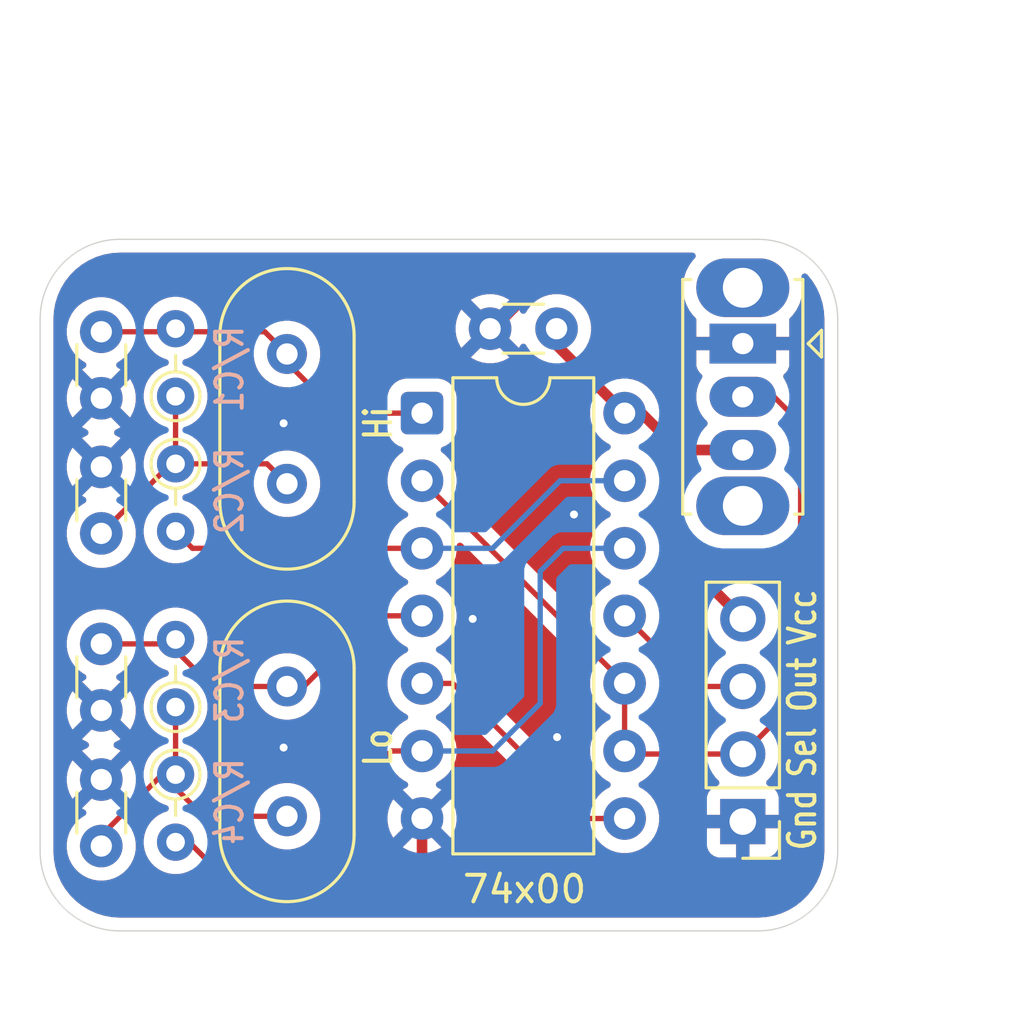
<source format=kicad_pcb>
(kicad_pcb (version 20241229) (generator "pcbnew") (generator_version "9.0")
  (layers (0 "F.Cu" signal) (2 "B.Cu" signal) (13 "F.Paste" user) (15 "B.Paste" user) (5 "F.SilkS" user "F.Silkscreen") (7 "B.SilkS" user "B.Silkscreen") (1 "F.Mask" user) (3 "B.Mask" user) (25 "Edge.Cuts" user))
  (net 0 "")
  (net 1 "GND")
  (net 2 "Net-(C1-Pad2)")
  (net 3 "Net-(C2-Pad2)")
  (net 4 "Net-(C3-Pad2)")
  (net 5 "Net-(C4-Pad2)")
  (net 6 "VCC")
  (net 7 "/Sel")
  (net 8 "/Out")
  (net 9 "/~{Sel}")
  (net 10 "Net-(R2-Pad2)")
  (net 11 "Net-(R4-Pad2)")
  (footprint "Capacitor_THT:C_Disc_D3.0mm_W1.6mm_P2.50mm" (layer "F.Cu") (at 118.65 81.71 90)
    (property "Reference" "C3" (hide yes))
    (property "Value" "C_Small")
    (fp_line (start 0.485 -0.92) (end 2.015 -0.92) (stroke (width 0.12)) (layer "F.SilkS"))
    (fp_line (start 0.485 0.92) (end 2.015 0.92) (stroke (width 0.12)) (layer "F.SilkS"))
    (pad "1" thru_hole circle (at 0 0 90) (size 1.6 1.6) (drill 0.8) (layers "*.Cu" "*.Mask") (net 1 "GND"))
    (pad "2" thru_hole circle (at 2.5 0 90) (size 1.6 1.6) (drill 0.8) (layers "*.Cu" "*.Mask") (net 4 "Net-(C3-Pad2)"))
  )
  (footprint "Capacitor_THT:C_Disc_D3.0mm_W1.6mm_P2.50mm" (layer "F.Cu") (at 118.65 84.31 -90)
    (property "Reference" "C4" (hide yes))
    (property "Value" "C_Small")
    (fp_line (start 0.485 0.92) (end 2.015 0.92) (stroke (width 0.12)) (layer "F.SilkS"))
    (fp_line (start 0.485 -0.92) (end 2.015 -0.92) (stroke (width 0.12)) (layer "F.SilkS"))
    (pad "1" thru_hole circle (at 0 0 270) (size 1.6 1.6) (drill 0.8) (layers "*.Cu" "*.Mask") (net 1 "GND"))
    (pad "2" thru_hole circle (at 2.5 0 270) (size 1.6 1.6) (drill 0.8) (layers "*.Cu" "*.Mask") (net 5 "Net-(C4-Pad2)"))
  )
  (footprint "Connector_PinHeader_2.54mm:PinHeader_1x04_P2.54mm_Vertical" (layer "F.Cu") (at 142.78 85.89 180)
    (property "Reference" "J1" (hide yes))
    (property "Value" "Conn_01x04")
    (fp_line (start 1.38 1.27) (end 1.38 9) (stroke (width 0.12)) (layer "F.SilkS"))
    (fp_line (start -1.38 9) (end 1.38 9) (stroke (width 0.12)) (layer "F.SilkS"))
    (fp_line (start -1.38 1.27) (end 1.38 1.27) (stroke (width 0.12)) (layer "F.SilkS"))
    (fp_line (start -1.38 1.27) (end -1.38 9) (stroke (width 0.12)) (layer "F.SilkS"))
    (fp_line (start -1.38 0) (end -1.38 -1.38) (stroke (width 0.12)) (layer "F.SilkS"))
    (fp_line (start -1.38 -1.38) (end 0 -1.38) (stroke (width 0.12)) (layer "F.SilkS"))
    (pad "1" thru_hole rect (at 0 0 180) (size 1.7 1.7) (drill 1) (layers "*.Cu" "*.Mask") (net 1 "GND"))
    (pad "2" thru_hole circle (at 0 2.54 180) (size 1.7 1.7) (drill 1) (layers "*.Cu" "*.Mask") (net 7 "/Sel"))
    (pad "3" thru_hole circle (at 0 5.08 180) (size 1.7 1.7) (drill 1) (layers "*.Cu" "*.Mask") (net 8 "/Out"))
    (pad "4" thru_hole circle (at 0 7.62 180) (size 1.7 1.7) (drill 1) (layers "*.Cu" "*.Mask") (net 6 "VCC"))
  )
  (footprint "Crystal:Crystal_HC49-U_Vertical" (layer "F.Cu") (at 125.635 80.81 -90)
    (property "Reference" "Y2" (hide yes))
    (property "Value" "Crystal")
    (fp_line (start -0.685 2.525) (end 5.565 2.525) (stroke (width 0.12)) (layer "F.SilkS"))
    (fp_line (start -0.685 -2.525) (end 5.565 -2.525) (stroke (width 0.12)) (layer "F.SilkS"))
    (fp_arc (start -0.685 2.525) (mid -3.21 0) (end -0.685 -2.525) (stroke (width 0.12)) (layer "F.SilkS"))
    (fp_arc (start 5.565 -2.525) (mid 8.09 0) (end 5.565 2.525) (stroke (width 0.12)) (layer "F.SilkS"))
    (pad "1" thru_hole circle (at 0 0 270) (size 1.5 1.5) (drill 0.8) (layers "*.Cu" "*.Mask") (net 4 "Net-(C3-Pad2)"))
    (pad "2" thru_hole circle (at 4.88 0 270) (size 1.5 1.5) (drill 0.8) (layers "*.Cu" "*.Mask") (net 5 "Net-(C4-Pad2)"))
  )
  (footprint "Capacitor_THT:C_Disc_D3.0mm_W1.6mm_P2.50mm" (layer "F.Cu") (at 135.775 67.36 180)
    (property "Reference" "C5" (hide yes))
    (property "Value" "100nF")
    (fp_line (start 0.485 0.92) (end 2.015 0.92) (stroke (width 0.12)) (layer "F.SilkS"))
    (fp_line (start 0.485 -0.92) (end 2.015 -0.92) (stroke (width 0.12)) (layer "F.SilkS"))
    (pad "1" thru_hole circle (at 0 0 180) (size 1.6 1.6) (drill 0.8) (layers "*.Cu" "*.Mask") (net 6 "VCC"))
    (pad "2" thru_hole circle (at 2.5 0 180) (size 1.6 1.6) (drill 0.8) (layers "*.Cu" "*.Mask") (net 1 "GND"))
  )
  (footprint "Capacitor_THT:C_Disc_D3.0mm_W1.6mm_P2.50mm" (layer "F.Cu") (at 118.65 72.555 -90)
    (property "Reference" "C2" (hide yes))
    (property "Value" "C_Small")
    (fp_line (start 0.485 0.92) (end 2.015 0.92) (stroke (width 0.12)) (layer "F.SilkS"))
    (fp_line (start 0.485 -0.92) (end 2.015 -0.92) (stroke (width 0.12)) (layer "F.SilkS"))
    (pad "1" thru_hole circle (at 0 0 270) (size 1.6 1.6) (drill 0.8) (layers "*.Cu" "*.Mask") (net 1 "GND"))
    (pad "2" thru_hole circle (at 2.5 0 270) (size 1.6 1.6) (drill 0.8) (layers "*.Cu" "*.Mask") (net 3 "Net-(C2-Pad2)"))
  )
  (footprint "Resistor_THT:R_Axial_DIN0204_L3.6mm_D1.6mm_P2.54mm_Vertical" (layer "F.Cu") (at 121.444 81.584 90)
    (property "Reference" "R3" (hide yes))
    (property "Value" "R")
    (fp_line (start 0.92 0) (end 1.54 0) (stroke (width 0.12)) (layer "F.SilkS"))
    (fp_circle (center 0 0) (end 0.92 0) (stroke (width 0.12)) (fill no) (layer "F.SilkS"))
    (pad "1" thru_hole circle (at 0 0 90) (size 1.4 1.4) (drill 0.7) (layers "*.Cu" "*.Mask") (net 5 "Net-(C4-Pad2)"))
    (pad "2" thru_hole oval (at 2.54 0 90) (size 1.4 1.4) (drill 0.7) (layers "*.Cu" "*.Mask") (net 4 "Net-(C3-Pad2)"))
  )
  (footprint "Crystal:Crystal_HC49-U_Vertical" (layer "F.Cu") (at 125.635 68.31 -90)
    (property "Reference" "Y1" (hide yes))
    (property "Value" "Crystal")
    (fp_line (start -0.685 2.525) (end 5.565 2.525) (stroke (width 0.12)) (layer "F.SilkS"))
    (fp_line (start -0.685 -2.525) (end 5.565 -2.525) (stroke (width 0.12)) (layer "F.SilkS"))
    (fp_arc (start -0.685 2.525) (mid -3.21 0) (end -0.685 -2.525) (stroke (width 0.12)) (layer "F.SilkS"))
    (fp_arc (start 5.565 -2.525) (mid 8.09 0) (end 5.565 2.525) (stroke (width 0.12)) (layer "F.SilkS"))
    (pad "1" thru_hole circle (at 0 0 270) (size 1.5 1.5) (drill 0.8) (layers "*.Cu" "*.Mask") (net 2 "Net-(C1-Pad2)"))
    (pad "2" thru_hole circle (at 4.88 0 270) (size 1.5 1.5) (drill 0.8) (layers "*.Cu" "*.Mask") (net 3 "Net-(C2-Pad2)"))
  )
  (footprint "Resistor_THT:R_Axial_DIN0204_L3.6mm_D1.6mm_P2.54mm_Vertical" (layer "F.Cu") (at 121.444 72.44 -90)
    (property "Reference" "R2" (hide yes))
    (property "Value" "R")
    (fp_line (start 0.92 0) (end 1.54 0) (stroke (width 0.12)) (layer "F.SilkS"))
    (fp_circle (center 0 0) (end 0.92 0) (stroke (width 0.12)) (fill no) (layer "F.SilkS"))
    (pad "1" thru_hole circle (at 0 0 270) (size 1.4 1.4) (drill 0.7) (layers "*.Cu" "*.Mask") (net 3 "Net-(C2-Pad2)"))
    (pad "2" thru_hole oval (at 2.54 0 270) (size 1.4 1.4) (drill 0.7) (layers "*.Cu" "*.Mask") (net 10 "Net-(R2-Pad2)"))
  )
  (footprint "Capacitor_THT:C_Disc_D3.0mm_W1.6mm_P2.50mm" (layer "F.Cu") (at 118.65 69.975 90)
    (property "Reference" "C1" (hide yes))
    (property "Value" "C_Small")
    (fp_line (start 0.485 -0.92) (end 2.015 -0.92) (stroke (width 0.12)) (layer "F.SilkS"))
    (fp_line (start 0.485 0.92) (end 2.015 0.92) (stroke (width 0.12)) (layer "F.SilkS"))
    (pad "1" thru_hole circle (at 0 0 90) (size 1.6 1.6) (drill 0.8) (layers "*.Cu" "*.Mask") (net 1 "GND"))
    (pad "2" thru_hole circle (at 2.5 0 90) (size 1.6 1.6) (drill 0.8) (layers "*.Cu" "*.Mask") (net 2 "Net-(C1-Pad2)"))
  )
  (footprint "Button_Switch_THT:SW_Slide_SPDT_Straight_CK_OS102011MS2Q" (layer "F.Cu") (at 142.78 67.92 -90)
    (property "Reference" "SW1" (hide yes))
    (property "Value" "SW_Push_SPDT")
    (fp_line (start -2.41 2.26) (end -2.41 1.95) (stroke (width 0.12)) (layer "F.SilkS"))
    (fp_line (start 6.41 2.26) (end -2.41 2.26) (stroke (width 0.12)) (layer "F.SilkS"))
    (fp_line (start 6.41 2.26) (end 6.41 1.95) (stroke (width 0.12)) (layer "F.SilkS"))
    (fp_line (start -2.41 -1.95) (end -2.41 -2.26) (stroke (width 0.12)) (layer "F.SilkS"))
    (fp_line (start -2.41 -2.26) (end 6.41 -2.26) (stroke (width 0.12)) (layer "F.SilkS"))
    (fp_line (start 6.41 -2.26) (end 6.41 -1.95) (stroke (width 0.12)) (layer "F.SilkS"))
    (fp_line (start 0 -2.46) (end 0.5 -2.96) (stroke (width 0.12)) (layer "F.SilkS"))
    (fp_line (start -0.5 -2.96) (end 0 -2.46) (stroke (width 0.12)) (layer "F.SilkS"))
    (fp_line (start 0.5 -2.96) (end -0.5 -2.96) (stroke (width 0.12)) (layer "F.SilkS"))
    (pad "" thru_hole oval (at -2.1 0 270) (size 2.2 3.5) (drill 1.5) (layers "*.Cu" "*.Mask"))
    (pad "" thru_hole oval (at 6.1 0 270) (size 2.2 3.5) (drill 1.5) (layers "*.Cu" "*.Mask"))
    (pad "1" thru_hole rect (at 0 0 270) (size 1.5 2.5) (drill 0.8) (layers "*.Cu" "*.Mask") (net 1 "GND"))
    (pad "2" thru_hole oval (at 2 0 270) (size 1.5 2.5) (drill 0.8) (layers "*.Cu" "*.Mask") (net 7 "/Sel"))
    (pad "3" thru_hole oval (at 4 0 270) (size 1.5 2.5) (drill 0.8) (layers "*.Cu" "*.Mask") (net 6 "VCC"))
  )
  (footprint "Resistor_THT:R_Axial_DIN0204_L3.6mm_D1.6mm_P2.54mm_Vertical" (layer "F.Cu") (at 121.444 84.124 -90)
    (property "Reference" "R4" (hide yes))
    (property "Value" "R")
    (fp_line (start 0.92 0) (end 1.54 0) (stroke (width 0.12)) (layer "F.SilkS"))
    (fp_circle (center 0 0) (end 0.92 0) (stroke (width 0.12)) (fill no) (layer "F.SilkS"))
    (pad "1" thru_hole circle (at 0 0 270) (size 1.4 1.4) (drill 0.7) (layers "*.Cu" "*.Mask") (net 5 "Net-(C4-Pad2)"))
    (pad "2" thru_hole oval (at 2.54 0 270) (size 1.4 1.4) (drill 0.7) (layers "*.Cu" "*.Mask") (net 11 "Net-(R4-Pad2)"))
  )
  (footprint "Package_DIP:DIP-14_W7.62mm" (layer "F.Cu") (at 130.715 70.535)
    (property "Reference" "U1" (hide yes))
    (property "Value" "74x00" (at 3.857641 17.899277 180) (layer "F.SilkS"))
    (fp_line (start 1.16 -1.33) (end 1.16 16.57) (stroke (width 0.12)) (layer "F.SilkS"))
    (fp_line (start 1.16 16.57) (end 6.46 16.57) (stroke (width 0.12)) (layer "F.SilkS"))
    (fp_line (start 2.81 -1.33) (end 1.16 -1.33) (stroke (width 0.12)) (layer "F.SilkS"))
    (fp_line (start 6.46 -1.33) (end 4.81 -1.33) (stroke (width 0.12)) (layer "F.SilkS"))
    (fp_line (start 6.46 16.57) (end 6.46 -1.33) (stroke (width 0.12)) (layer "F.SilkS"))
    (fp_arc (start 4.81 -1.33) (mid 3.81 -0.33) (end 2.81 -1.33) (stroke (width 0.12)) (layer "F.SilkS"))
    (pad "1" thru_hole roundrect (at 0 0) (size 1.6 1.6) (drill 0.8) (layers "*.Cu" "*.Mask") (roundrect_rratio 0.15625) (net 2 "Net-(C1-Pad2)"))
    (pad "2" thru_hole circle (at 0 2.54) (size 1.6 1.6) (drill 0.8) (layers "*.Cu" "*.Mask") (net 7 "/Sel"))
    (pad "3" thru_hole circle (at 0 5.08) (size 1.6 1.6) (drill 0.8) (layers "*.Cu" "*.Mask") (net 10 "Net-(R2-Pad2)"))
    (pad "4" thru_hole circle (at 0 7.62) (size 1.6 1.6) (drill 0.8) (layers "*.Cu" "*.Mask") (net 4 "Net-(C3-Pad2)"))
    (pad "5" thru_hole circle (at 0 10.16) (size 1.6 1.6) (drill 0.8) (layers "*.Cu" "*.Mask") (net 9 "/~{Sel}"))
    (pad "6" thru_hole circle (at 0 12.7) (size 1.6 1.6) (drill 0.8) (layers "*.Cu" "*.Mask") (net 11 "Net-(R4-Pad2)"))
    (pad "7" thru_hole circle (at 0 15.24) (size 1.6 1.6) (drill 0.8) (layers "*.Cu" "*.Mask") (net 1 "GND"))
    (pad "8" thru_hole circle (at 7.62 15.24) (size 1.6 1.6) (drill 0.8) (layers "*.Cu" "*.Mask") (net 9 "/~{Sel}"))
    (pad "9" thru_hole circle (at 7.62 12.7) (size 1.6 1.6) (drill 0.8) (layers "*.Cu" "*.Mask") (net 7 "/Sel"))
    (pad "10" thru_hole circle (at 7.62 10.16) (size 1.6 1.6) (drill 0.8) (layers "*.Cu" "*.Mask") (net 7 "/Sel"))
    (pad "11" thru_hole circle (at 7.62 7.62) (size 1.6 1.6) (drill 0.8) (layers "*.Cu" "*.Mask") (net 8 "/Out"))
    (pad "12" thru_hole circle (at 7.62 5.08) (size 1.6 1.6) (drill 0.8) (layers "*.Cu" "*.Mask") (net 11 "Net-(R4-Pad2)"))
    (pad "13" thru_hole circle (at 7.62 2.54) (size 1.6 1.6) (drill 0.8) (layers "*.Cu" "*.Mask") (net 10 "Net-(R2-Pad2)"))
    (pad "14" thru_hole circle (at 7.62 0) (size 1.6 1.6) (drill 0.8) (layers "*.Cu" "*.Mask") (net 6 "VCC"))
  )
  (footprint "Resistor_THT:R_Axial_DIN0204_L3.6mm_D1.6mm_P2.54mm_Vertical" (layer "F.Cu") (at 121.444 69.9 90)
    (property "Reference" "R1" (hide yes))
    (property "Value" "R" (hide yes))
    (fp_line (start 0.92 0) (end 1.54 0) (stroke (width 0.12)) (layer "F.SilkS"))
    (fp_circle (center 0 0) (end 0.92 0) (stroke (width 0.12)) (fill no) (layer "F.SilkS"))
    (pad "1" thru_hole circle (at 0 0 90) (size 1.4 1.4) (drill 0.7) (layers "*.Cu" "*.Mask") (net 3 "Net-(C2-Pad2)"))
    (pad "2" thru_hole oval (at 2.54 0 90) (size 1.4 1.4) (drill 0.7) (layers "*.Cu" "*.Mask") (net 2 "Net-(C1-Pad2)"))
  )
  (gr_line (start 116.35 87) (end 116.35 67) (stroke (width 0.05)) (layer "Edge.Cuts"))
  (gr_line (start 119.35 64) (end 143.35 64) (stroke (width 0.05)) (layer "Edge.Cuts"))
  (gr_line (start 143.35 90) (end 119.35 90) (stroke (width 0.05)) (layer "Edge.Cuts"))
  (gr_arc (start 116.35 67) (mid 117.22868 64.87868) (end 119.35 64) (stroke (width 0.05)) (layer "Edge.Cuts"))
  (gr_arc (start 119.35 90) (mid 117.22868 89.12132) (end 116.35 87) (stroke (width 0.05)) (layer "Edge.Cuts"))
  (gr_arc (start 143.35 64) (mid 145.47132 64.87868) (end 146.35 67) (stroke (width 0.05)) (layer "Edge.Cuts"))
  (gr_arc (start 146.35 87) (mid 145.47132 89.12132) (end 143.35 90) (stroke (width 0.05)) (layer "Edge.Cuts"))
  (gr_line (start 146.35 67) (end 146.35 87) (stroke (width 0.05)) (layer "Edge.Cuts"))
  (gr_text "Out\n" (at 145.017162 80.749555 90) (layer "F.SilkS") (effects (font (size 1 0.8) (thickness 0.15) (bold yes))))
  (gr_text "Lo" (at 129.065 83.108 90) (layer "F.SilkS") (effects (font (size 1 0.8) (thickness 0.15) (bold yes))))
  (gr_text "Vcc\n" (at 145.017162 78.209555 90) (layer "F.SilkS") (effects (font (size 1 0.8) (thickness 0.15) (bold yes))))
  (gr_text "Sel\n" (at 145.017162 83.289555 90) (layer "F.SilkS") (effects (font (size 1 0.8) (thickness 0.15) (bold yes))))
  (gr_text "Gnd\n" (at 145.017162 85.829555 90) (layer "F.SilkS") (effects (font (size 1 0.8) (thickness 0.15) (bold yes))))
  (gr_text "Hi\n" (at 129.064 70.916 90) (layer "F.SilkS") (effects (font (size 1 0.8) (thickness 0.15) (bold yes))))
  (gr_text "R/C1\n" (at 123.476 68.884 90) (layer "B.SilkS") (effects (font (size 1 0.8) (thickness 0.15) (bold yes)) (justify mirror)))
  (gr_text "R/C4" (at 123.476 85.14 90) (layer "B.SilkS") (effects (font (size 1 0.8) (thickness 0.15) (bold yes)) (justify mirror)))
  (gr_text "R/C3" (at 123.476 80.568 90) (layer "B.SilkS") (effects (font (size 1 0.8) (thickness 0.15) (bold yes)) (justify mirror)))
  (gr_text "R/C2" (at 123.476 73.456 90) (layer "B.SilkS") (effects (font (size 1 0.8) (thickness 0.15) (bold yes)) (justify mirror)))
  (segment (start 140.292 67.92) (end 137.7 65.328) (width 0.4) (layer "F.Cu") (net 1))
  (segment (start 130.715 87.795) (end 131.35 88.43) (width 0.4) (layer "F.Cu") (net 1))
  (segment (start 142.78 67.92) (end 140.292 67.92) (width 0.4) (layer "F.Cu") (net 1))
  (segment (start 142.78 87.795) (end 142.78 85.89) (width 0.4) (layer "F.Cu") (net 1))
  (segment (start 142.145 88.43) (end 142.78 87.795) (width 0.4) (layer "F.Cu") (net 1))
  (segment (start 143.28 67.92) (end 142.78 67.92) (width 0.4) (layer "F.Cu") (net 1))
  (segment (start 131.35 88.43) (end 142.145 88.43) (width 0.4) (layer "F.Cu") (net 1))
  (segment (start 130.715 85.775) (end 130.715 87.795) (width 0.4) (layer "F.Cu") (net 1))
  (segment (start 135.422 65.328) (end 133.275 67.475) (width 0.4) (layer "F.Cu") (net 1))
  (segment (start 137.7 65.328) (end 135.422 65.328) (width 0.4) (layer "F.Cu") (net 1))
  (via (at 132.62 78.27) (size 0.6) (drill 0.3) (layers "F.Cu" "B.Cu") (net 1))
  (via (at 136.43 74.345) (size 0.6) (drill 0.3) (layers "F.Cu" "B.Cu") (net 1))
  (via (at 125.508 83.108) (size 0.6) (drill 0.3) (layers "F.Cu" "B.Cu") (net 1))
  (via (at 135.795 82.715) (size 0.6) (drill 0.3) (layers "F.Cu" "B.Cu") (net 1))
  (via (at 125.508 70.916) (size 0.6) (drill 0.3) (layers "F.Cu" "B.Cu") (net 1))
  (segment (start 125.635 68.63) (end 125.635 68.31) (width 0.2) (layer "F.Cu") (net 2))
  (segment (start 124.8 67.475) (end 125.635 68.31) (width 0.2) (layer "F.Cu") (net 2))
  (segment (start 118.65 67.475) (end 124.8 67.475) (width 0.2) (layer "F.Cu") (net 2))
  (segment (start 130.715 70.535) (end 127.54 70.535) (width 0.2) (layer "F.Cu") (net 2))
  (segment (start 127.54 70.535) (end 125.635 68.63) (width 0.2) (layer "F.Cu") (net 2))
  (segment (start 124.885 72.44) (end 125.635 73.19) (width 0.2) (layer "F.Cu") (net 3))
  (segment (start 121.444 70.269) (end 121.444 72.44) (width 0.2) (layer "F.Cu") (net 3))
  (segment (start 121.265 72.44) (end 121.444 72.44) (width 0.2) (layer "F.Cu") (net 3))
  (segment (start 118.69 75.095) (end 118.65 75.055) (width 0.2) (layer "F.Cu") (net 3))
  (segment (start 118.65 75.055) (end 121.265 72.44) (width 0.2) (layer "F.Cu") (net 3))
  (segment (start 121.444 72.44) (end 124.885 72.44) (width 0.2) (layer "F.Cu") (net 3))
  (segment (start 128.925 78.155) (end 130.715 78.155) (width 0.2) (layer "F.Cu") (net 4))
  (segment (start 122.81 80.81) (end 121.19 79.19) (width 0.2) (layer "F.Cu") (net 4))
  (segment (start 125.635 80.81) (end 122.81 80.81) (width 0.2) (layer "F.Cu") (net 4))
  (segment (start 121.17 79.21) (end 121.19 79.19) (width 0.2) (layer "F.Cu") (net 4))
  (segment (start 125.635 81.445) (end 128.925 78.155) (width 0.2) (layer "F.Cu") (net 4))
  (segment (start 118.65 79.21) (end 121.17 79.21) (width 0.2) (layer "F.Cu") (net 4))
  (segment (start 122.502 85.69) (end 125.635 85.69) (width 0.2) (layer "F.Cu") (net 5))
  (segment (start 118.65 86.41) (end 118.65 86.81) (width 0.2) (layer "F.Cu") (net 5))
  (segment (start 120.936 84.124) (end 122.502 85.69) (width 0.2) (layer "F.Cu") (net 5))
  (segment (start 120.936 84.124) (end 118.65 86.41) (width 0.2) (layer "F.Cu") (net 5))
  (segment (start 121.444 82.092) (end 121.444 84.124) (width 0.2) (layer "F.Cu") (net 5))
  (segment (start 139.98 71.545) (end 138.97 70.535) (width 0.4) (layer "F.Cu") (net 6))
  (segment (start 135.775 67.975) (end 135.775 67.475) (width 0.4) (layer "F.Cu") (net 6))
  (segment (start 140.355 71.92) (end 139.98 71.545) (width 0.4) (layer "F.Cu") (net 6))
  (segment (start 142.78 71.92) (end 140.355 71.92) (width 0.4) (layer "F.Cu") (net 6))
  (segment (start 138.97 70.535) (end 138.335 70.535) (width 0.4) (layer "F.Cu") (net 6))
  (segment (start 140.24 71.805) (end 139.98 71.545) (width 0.4) (layer "F.Cu") (net 6))
  (segment (start 142.78 78.27) (end 140.355 75.845) (width 0.4) (layer "F.Cu") (net 6))
  (segment (start 140.355 75.845) (end 140.355 71.92) (width 0.4) (layer "F.Cu") (net 6))
  (segment (start 138.335 70.535) (end 135.775 67.975) (width 0.4) (layer "F.Cu") (net 6))
  (segment (start 143.452735 71.92) (end 142.78 71.92) (width 0.4) (layer "F.Cu") (net 6))
  (segment (start 130.715 73.075) (end 138.335 80.695) (width 0.2) (layer "F.Cu") (net 7))
  (segment (start 142.78 83.35) (end 138.45 83.35) (width 0.2) (layer "F.Cu") (net 7))
  (segment (start 138.45 83.35) (end 138.335 83.235) (width 0.2) (layer "F.Cu") (net 7))
  (segment (start 144.954655 70.919655) (end 144.954655 81.175345) (width 0.2) (layer "F.Cu") (net 7))
  (segment (start 144.954655 81.175345) (end 142.78 83.35) (width 0.2) (layer "F.Cu") (net 7))
  (segment (start 143.955 69.92) (end 144.954655 70.919655) (width 0.2) (layer "F.Cu") (net 7))
  (segment (start 142.78 69.92) (end 143.955 69.92) (width 0.2) (layer "F.Cu") (net 7))
  (segment (start 138.335 80.695) (end 138.335 83.235) (width 0.2) (layer "F.Cu") (net 7))
  (segment (start 140.99 80.81) (end 142.78 80.81) (width 0.2) (layer "F.Cu") (net 8))
  (segment (start 138.335 78.155) (end 140.99 80.81) (width 0.2) (layer "F.Cu") (net 8))
  (segment (start 136.95 85.775) (end 131.87 80.695) (width 0.2) (layer "F.Cu") (net 9))
  (segment (start 131.87 80.695) (end 130.715 80.695) (width 0.2) (layer "F.Cu") (net 9))
  (segment (start 138.335 85.775) (end 136.95 85.775) (width 0.2) (layer "F.Cu") (net 9))
  (segment (start 121.444 74.98) (end 122.079 75.615) (width 0.2) (layer "F.Cu") (net 10))
  (segment (start 122.079 75.615) (end 130.715 75.615) (width 0.2) (layer "F.Cu") (net 10))
  (segment (start 135.91 73.075) (end 138.335 73.075) (width 0.2) (layer "B.Cu") (net 10))
  (segment (start 130.715 75.615) (end 133.37 75.615) (width 0.2) (layer "B.Cu") (net 10))
  (segment (start 133.37 75.615) (end 135.91 73.075) (width 0.2) (layer "B.Cu") (net 10))
  (segment (start 128.556 87.172) (end 128.556 84.251) (width 0.2) (layer "F.Cu") (net 11))
  (segment (start 128.556 84.251) (end 129.572 83.235) (width 0.2) (layer "F.Cu") (net 11))
  (segment (start 121.952 86.664) (end 123.476 88.188) (width 0.2) (layer "F.Cu") (net 11))
  (segment (start 120.936 86.664) (end 121.952 86.664) (width 0.2) (layer "F.Cu") (net 11))
  (segment (start 130.715 83.235) (end 129.572 83.235) (width 0.2) (layer "F.Cu") (net 11))
  (segment (start 127.54 88.188) (end 128.556 87.172) (width 0.2) (layer "F.Cu") (net 11))
  (segment (start 123.476 88.188) (end 127.54 88.188) (width 0.2) (layer "F.Cu") (net 11))
  (segment (start 130.715 83.235) (end 133.37 83.235) (width 0.2) (layer "B.Cu") (net 11))
  (segment (start 136.024495 75.615) (end 138.335 75.615) (width 0.2) (layer "B.Cu") (net 11))
  (segment (start 135.16 81.445) (end 135.16 76.479495) (width 0.2) (layer "B.Cu") (net 11))
  (segment (start 133.37 83.235) (end 135.16 81.445) (width 0.2) (layer "B.Cu") (net 11))
  (segment (start 135.16 76.479495) (end 136.024495 75.615) (width 0.2) (layer "B.Cu") (net 11))
  (zone (net 1) (net_name "GND") (layers "F.Cu" "B.Cu") (connect_pads (clearance 0.5)) (min_thickness 0.25) (fill yes (thermal_gap 0.5) (thermal_bridge_width 0.5))
    (polygon (pts (xy 114.84 61.125) (xy 114.84 93.51) (xy 147.86 93.51) (xy 147.86 61.125)))
  )
)
</source>
